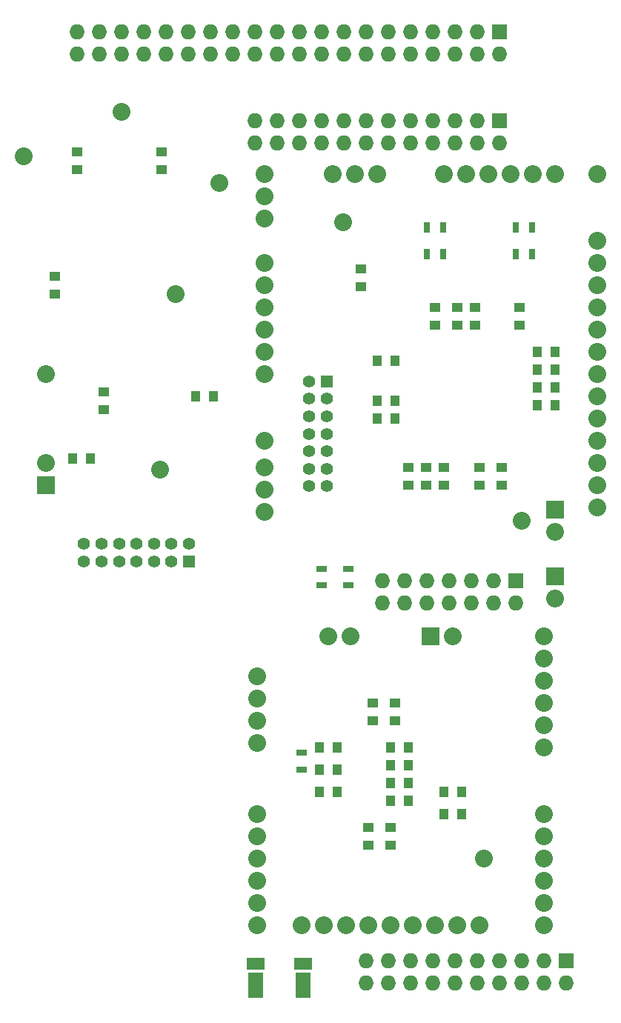
<source format=gbs>
G04 #@! TF.FileFunction,Soldermask,Bot*
%FSLAX46Y46*%
G04 Gerber Fmt 4.6, Leading zero omitted, Abs format (unit mm)*
G04 Created by KiCad (PCBNEW (2015-01-16 BZR 5376)-product) date 2015-03-11 03:36:44*
%MOMM*%
G01*
G04 APERTURE LIST*
%ADD10C,0.100000*%
%ADD11R,1.250000X1.000000*%
%ADD12R,1.000000X1.250000*%
%ADD13R,2.000000X1.460000*%
%ADD14R,1.778000X3.000000*%
%ADD15R,2.032000X2.032000*%
%ADD16O,2.032000X2.032000*%
%ADD17R,1.727200X1.727200*%
%ADD18O,1.727200X1.727200*%
%ADD19R,1.400000X1.400000*%
%ADD20C,1.400000*%
%ADD21R,1.300000X0.700000*%
%ADD22R,0.700000X1.300000*%
G04 APERTURE END LIST*
D10*
D11*
X46736000Y-55356000D03*
X46736000Y-53356000D03*
D12*
X8398000Y-52324000D03*
X10398000Y-52324000D03*
X22431500Y-45212000D03*
X24431500Y-45212000D03*
D11*
X18542000Y-19288000D03*
X18542000Y-17288000D03*
D12*
X43196000Y-41148000D03*
X45196000Y-41148000D03*
D11*
X8890000Y-19288000D03*
X8890000Y-17288000D03*
D12*
X63484000Y-40132000D03*
X61484000Y-40132000D03*
D11*
X59436000Y-35068000D03*
X59436000Y-37068000D03*
X49784000Y-35068000D03*
X49784000Y-37068000D03*
X41338500Y-32623000D03*
X41338500Y-30623000D03*
X6350000Y-33512000D03*
X6350000Y-31512000D03*
D12*
X63484000Y-46228000D03*
X61484000Y-46228000D03*
D11*
X54864000Y-55356000D03*
X54864000Y-53356000D03*
X57404000Y-55356000D03*
X57404000Y-53356000D03*
X52324000Y-35068000D03*
X52324000Y-37068000D03*
X48768000Y-55356000D03*
X48768000Y-53356000D03*
X11938000Y-44720000D03*
X11938000Y-46720000D03*
D12*
X43196000Y-47752000D03*
X45196000Y-47752000D03*
X63484000Y-44196000D03*
X61484000Y-44196000D03*
X63484000Y-42164000D03*
X61484000Y-42164000D03*
D11*
X50800000Y-55356000D03*
X50800000Y-53356000D03*
X54356000Y-35068000D03*
X54356000Y-37068000D03*
D12*
X43196000Y-45720000D03*
X45196000Y-45720000D03*
X36592000Y-85344000D03*
X38592000Y-85344000D03*
X52816000Y-92964000D03*
X50816000Y-92964000D03*
X36592000Y-90424000D03*
X38592000Y-90424000D03*
D11*
X45212000Y-80280000D03*
X45212000Y-82280000D03*
D12*
X44720000Y-89408000D03*
X46720000Y-89408000D03*
D11*
X44704000Y-96504000D03*
X44704000Y-94504000D03*
D12*
X44720000Y-87376000D03*
X46720000Y-87376000D03*
D11*
X42164000Y-96504000D03*
X42164000Y-94504000D03*
D12*
X44720000Y-91440000D03*
X46720000Y-91440000D03*
D11*
X42672000Y-80280000D03*
X42672000Y-82280000D03*
D12*
X44720000Y-85344000D03*
X46720000Y-85344000D03*
X52816000Y-90424000D03*
X50816000Y-90424000D03*
X36592000Y-87884000D03*
X38592000Y-87884000D03*
D13*
X29299600Y-110000000D03*
X34708400Y-110000000D03*
D14*
X29279000Y-112530000D03*
X34729000Y-112530000D03*
D15*
X63500000Y-58166000D03*
D16*
X63500000Y-60706000D03*
D15*
X63500000Y-65786000D03*
D16*
X63500000Y-68326000D03*
D15*
X5334000Y-55372000D03*
D16*
X5334000Y-52832000D03*
D17*
X59055000Y-66294000D03*
D18*
X59055000Y-68834000D03*
X56515000Y-66294000D03*
X56515000Y-68834000D03*
X53975000Y-66294000D03*
X53975000Y-68834000D03*
X51435000Y-66294000D03*
X51435000Y-68834000D03*
X48895000Y-66294000D03*
X48895000Y-68834000D03*
X46355000Y-66294000D03*
X46355000Y-68834000D03*
X43815000Y-66294000D03*
X43815000Y-68834000D03*
D19*
X37385500Y-43466500D03*
D20*
X35385500Y-43466500D03*
X37385500Y-45466500D03*
X35385500Y-45466500D03*
X37385500Y-47466500D03*
X35385500Y-47466500D03*
X37385500Y-49466500D03*
X35385500Y-49466500D03*
X37385500Y-51466500D03*
X35385500Y-51466500D03*
X37385500Y-53466500D03*
X35385500Y-53466500D03*
X37385500Y-55466500D03*
X35385500Y-55466500D03*
D19*
X21684500Y-64055500D03*
D20*
X21684500Y-62055500D03*
X19684500Y-64055500D03*
X19684500Y-62055500D03*
X17684500Y-64055500D03*
X17684500Y-62055500D03*
X15684500Y-64055500D03*
X15684500Y-62055500D03*
X13684500Y-64055500D03*
X13684500Y-62055500D03*
X11684500Y-64055500D03*
X11684500Y-62055500D03*
X9684500Y-64055500D03*
X9684500Y-62055500D03*
D17*
X57150000Y-13716000D03*
D18*
X57150000Y-16256000D03*
X54610000Y-13716000D03*
X54610000Y-16256000D03*
X52070000Y-13716000D03*
X52070000Y-16256000D03*
X49530000Y-13716000D03*
X49530000Y-16256000D03*
X46990000Y-13716000D03*
X46990000Y-16256000D03*
X44450000Y-13716000D03*
X44450000Y-16256000D03*
X41910000Y-13716000D03*
X41910000Y-16256000D03*
X39370000Y-13716000D03*
X39370000Y-16256000D03*
X36830000Y-13716000D03*
X36830000Y-16256000D03*
X34290000Y-13716000D03*
X34290000Y-16256000D03*
X31750000Y-13716000D03*
X31750000Y-16256000D03*
X29210000Y-13716000D03*
X29210000Y-16256000D03*
D17*
X57150000Y-3556000D03*
D18*
X57150000Y-6096000D03*
X54610000Y-3556000D03*
X54610000Y-6096000D03*
X52070000Y-3556000D03*
X52070000Y-6096000D03*
X49530000Y-3556000D03*
X49530000Y-6096000D03*
X46990000Y-3556000D03*
X46990000Y-6096000D03*
X44450000Y-3556000D03*
X44450000Y-6096000D03*
X41910000Y-3556000D03*
X41910000Y-6096000D03*
X39370000Y-3556000D03*
X39370000Y-6096000D03*
X36830000Y-3556000D03*
X36830000Y-6096000D03*
X34290000Y-3556000D03*
X34290000Y-6096000D03*
X31750000Y-3556000D03*
X31750000Y-6096000D03*
X29210000Y-3556000D03*
X29210000Y-6096000D03*
X26670000Y-3556000D03*
X26670000Y-6096000D03*
X24130000Y-3556000D03*
X24130000Y-6096000D03*
X21590000Y-3556000D03*
X21590000Y-6096000D03*
X19050000Y-3556000D03*
X19050000Y-6096000D03*
X16510000Y-3556000D03*
X16510000Y-6096000D03*
X13970000Y-3556000D03*
X13970000Y-6096000D03*
X11430000Y-3556000D03*
X11430000Y-6096000D03*
X8890000Y-3556000D03*
X8890000Y-6096000D03*
D17*
X64770000Y-109728000D03*
D18*
X64770000Y-112268000D03*
X62230000Y-109728000D03*
X62230000Y-112268000D03*
X59690000Y-109728000D03*
X59690000Y-112268000D03*
X57150000Y-109728000D03*
X57150000Y-112268000D03*
X54610000Y-109728000D03*
X54610000Y-112268000D03*
X52070000Y-109728000D03*
X52070000Y-112268000D03*
X49530000Y-109728000D03*
X49530000Y-112268000D03*
X46990000Y-109728000D03*
X46990000Y-112268000D03*
X44450000Y-109728000D03*
X44450000Y-112268000D03*
X41910000Y-109728000D03*
X41910000Y-112268000D03*
D15*
X49276000Y-72644000D03*
D16*
X51816000Y-72644000D03*
D21*
X36830000Y-64899500D03*
X36830000Y-66799500D03*
X39878000Y-66799500D03*
X39878000Y-64899500D03*
D22*
X58994000Y-28956000D03*
X60894000Y-28956000D03*
X60894000Y-25908000D03*
X58994000Y-25908000D03*
X50734000Y-25908000D03*
X48834000Y-25908000D03*
X48834000Y-28956000D03*
X50734000Y-28956000D03*
D21*
X34544000Y-87818000D03*
X34544000Y-85918000D03*
D16*
X5334000Y-42672000D03*
X30353000Y-22352000D03*
X20129500Y-33528000D03*
X55372000Y-98044000D03*
X68326000Y-55372000D03*
X68326000Y-57912000D03*
X68326000Y-50292000D03*
X68326000Y-52832000D03*
X68326000Y-42672000D03*
X68326000Y-45212000D03*
X68326000Y-37592000D03*
X68326000Y-40132000D03*
X68326000Y-32512000D03*
X68326000Y-35052000D03*
X68326000Y-27432000D03*
X68326000Y-29972000D03*
X68326000Y-47752000D03*
X18415000Y-53530500D03*
X59690000Y-59436000D03*
X30353000Y-29972000D03*
X30353000Y-24892000D03*
X30353000Y-35052000D03*
X30353000Y-32512000D03*
X30353000Y-37592000D03*
X30353000Y-42672000D03*
X30353000Y-40132000D03*
X30353000Y-53340000D03*
X30353000Y-58420000D03*
X30353000Y-55880000D03*
X30353000Y-50292000D03*
X68326000Y-19812000D03*
X58420000Y-19812000D03*
X63500000Y-19812000D03*
X55880000Y-19812000D03*
X60960000Y-19812000D03*
X50800000Y-19812000D03*
X40640000Y-19812000D03*
X43180000Y-19812000D03*
X38100000Y-19812000D03*
X30353000Y-19812000D03*
X53340000Y-19812000D03*
X25146000Y-20828000D03*
X13970000Y-12700000D03*
X2794000Y-17780000D03*
X29464000Y-92964000D03*
X62230000Y-105664000D03*
X62230000Y-103124000D03*
X62230000Y-100584000D03*
X62230000Y-98044000D03*
X62230000Y-95504000D03*
X62230000Y-92964000D03*
X62230000Y-85344000D03*
X62230000Y-82804000D03*
X62230000Y-80264000D03*
X62230000Y-77724000D03*
X62230000Y-75184000D03*
X62230000Y-72644000D03*
X40132000Y-72644000D03*
X37592000Y-72644000D03*
X29464000Y-77216000D03*
X29464000Y-79756000D03*
X29464000Y-82296000D03*
X29464000Y-84836000D03*
X29464000Y-95504000D03*
X29464000Y-98044000D03*
X29464000Y-100584000D03*
X29464000Y-103124000D03*
X29464000Y-105664000D03*
X34544000Y-105664000D03*
X37084000Y-105664000D03*
X39624000Y-105664000D03*
X42164000Y-105664000D03*
X44704000Y-105664000D03*
X47244000Y-105664000D03*
X49784000Y-105664000D03*
X52324000Y-105664000D03*
X54864000Y-105664000D03*
X39306500Y-25273000D03*
M02*

</source>
